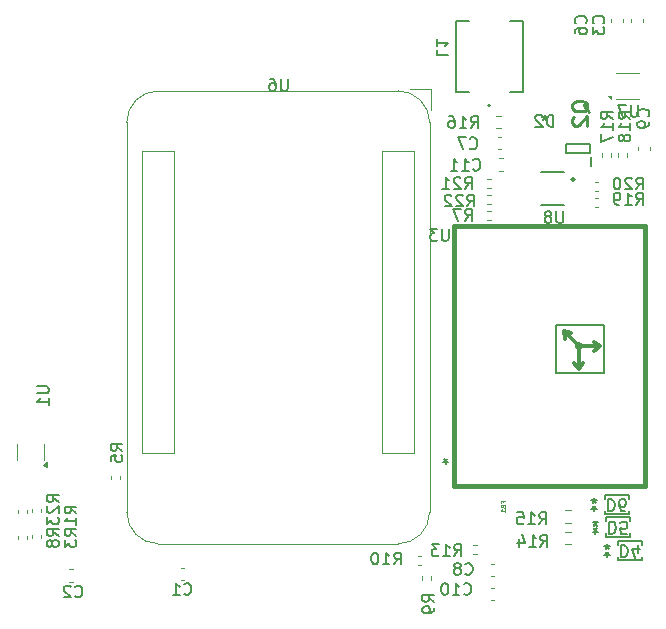
<source format=gbr>
%TF.GenerationSoftware,KiCad,Pcbnew,8.0.0*%
%TF.CreationDate,2025-02-07T12:17:38-03:30*%
%TF.ProjectId,Detection_Eval,44657465-6374-4696-9f6e-5f4576616c2e,rev?*%
%TF.SameCoordinates,Original*%
%TF.FileFunction,Legend,Bot*%
%TF.FilePolarity,Positive*%
%FSLAX46Y46*%
G04 Gerber Fmt 4.6, Leading zero omitted, Abs format (unit mm)*
G04 Created by KiCad (PCBNEW 8.0.0) date 2025-02-07 12:17:38*
%MOMM*%
%LPD*%
G01*
G04 APERTURE LIST*
%ADD10C,0.254000*%
%ADD11C,0.150000*%
%ADD12C,0.098425*%
%ADD13C,0.200000*%
%ADD14C,0.120000*%
%ADD15C,0.152400*%
%ADD16C,0.250000*%
%ADD17C,0.304800*%
%ADD18C,0.406400*%
%ADD19C,0.127000*%
G04 APERTURE END LIST*
D10*
X138645270Y-97651847D02*
X138584794Y-97530895D01*
X138584794Y-97530895D02*
X138463842Y-97409942D01*
X138463842Y-97409942D02*
X138282413Y-97228514D01*
X138282413Y-97228514D02*
X138221937Y-97107561D01*
X138221937Y-97107561D02*
X138221937Y-96986609D01*
X138524318Y-97047085D02*
X138463842Y-96926133D01*
X138463842Y-96926133D02*
X138342889Y-96805180D01*
X138342889Y-96805180D02*
X138100984Y-96744704D01*
X138100984Y-96744704D02*
X137677651Y-96744704D01*
X137677651Y-96744704D02*
X137435746Y-96805180D01*
X137435746Y-96805180D02*
X137314794Y-96926133D01*
X137314794Y-96926133D02*
X137254318Y-97047085D01*
X137254318Y-97047085D02*
X137254318Y-97288990D01*
X137254318Y-97288990D02*
X137314794Y-97409942D01*
X137314794Y-97409942D02*
X137435746Y-97530895D01*
X137435746Y-97530895D02*
X137677651Y-97591371D01*
X137677651Y-97591371D02*
X138100984Y-97591371D01*
X138100984Y-97591371D02*
X138342889Y-97530895D01*
X138342889Y-97530895D02*
X138463842Y-97409942D01*
X138463842Y-97409942D02*
X138524318Y-97288990D01*
X138524318Y-97288990D02*
X138524318Y-97047085D01*
X137375270Y-98075180D02*
X137314794Y-98135656D01*
X137314794Y-98135656D02*
X137254318Y-98256609D01*
X137254318Y-98256609D02*
X137254318Y-98558990D01*
X137254318Y-98558990D02*
X137314794Y-98679942D01*
X137314794Y-98679942D02*
X137375270Y-98740418D01*
X137375270Y-98740418D02*
X137496222Y-98800895D01*
X137496222Y-98800895D02*
X137617175Y-98800895D01*
X137617175Y-98800895D02*
X137798603Y-98740418D01*
X137798603Y-98740418D02*
X138524318Y-98014704D01*
X138524318Y-98014704D02*
X138524318Y-98800895D01*
D11*
X93754819Y-133533333D02*
X93278628Y-133200000D01*
X93754819Y-132961905D02*
X92754819Y-132961905D01*
X92754819Y-132961905D02*
X92754819Y-133342857D01*
X92754819Y-133342857D02*
X92802438Y-133438095D01*
X92802438Y-133438095D02*
X92850057Y-133485714D01*
X92850057Y-133485714D02*
X92945295Y-133533333D01*
X92945295Y-133533333D02*
X93088152Y-133533333D01*
X93088152Y-133533333D02*
X93183390Y-133485714D01*
X93183390Y-133485714D02*
X93231009Y-133438095D01*
X93231009Y-133438095D02*
X93278628Y-133342857D01*
X93278628Y-133342857D02*
X93278628Y-132961905D01*
X93183390Y-134104762D02*
X93135771Y-134009524D01*
X93135771Y-134009524D02*
X93088152Y-133961905D01*
X93088152Y-133961905D02*
X92992914Y-133914286D01*
X92992914Y-133914286D02*
X92945295Y-133914286D01*
X92945295Y-133914286D02*
X92850057Y-133961905D01*
X92850057Y-133961905D02*
X92802438Y-134009524D01*
X92802438Y-134009524D02*
X92754819Y-134104762D01*
X92754819Y-134104762D02*
X92754819Y-134295238D01*
X92754819Y-134295238D02*
X92802438Y-134390476D01*
X92802438Y-134390476D02*
X92850057Y-134438095D01*
X92850057Y-134438095D02*
X92945295Y-134485714D01*
X92945295Y-134485714D02*
X92992914Y-134485714D01*
X92992914Y-134485714D02*
X93088152Y-134438095D01*
X93088152Y-134438095D02*
X93135771Y-134390476D01*
X93135771Y-134390476D02*
X93183390Y-134295238D01*
X93183390Y-134295238D02*
X93183390Y-134104762D01*
X93183390Y-134104762D02*
X93231009Y-134009524D01*
X93231009Y-134009524D02*
X93278628Y-133961905D01*
X93278628Y-133961905D02*
X93373866Y-133914286D01*
X93373866Y-133914286D02*
X93564342Y-133914286D01*
X93564342Y-133914286D02*
X93659580Y-133961905D01*
X93659580Y-133961905D02*
X93707200Y-134009524D01*
X93707200Y-134009524D02*
X93754819Y-134104762D01*
X93754819Y-134104762D02*
X93754819Y-134295238D01*
X93754819Y-134295238D02*
X93707200Y-134390476D01*
X93707200Y-134390476D02*
X93659580Y-134438095D01*
X93659580Y-134438095D02*
X93564342Y-134485714D01*
X93564342Y-134485714D02*
X93373866Y-134485714D01*
X93373866Y-134485714D02*
X93278628Y-134438095D01*
X93278628Y-134438095D02*
X93231009Y-134390476D01*
X93231009Y-134390476D02*
X93183390Y-134295238D01*
X125745180Y-92366666D02*
X125745180Y-92842856D01*
X125745180Y-92842856D02*
X126745180Y-92842856D01*
X125745180Y-91509523D02*
X125745180Y-92080951D01*
X125745180Y-91795237D02*
X126745180Y-91795237D01*
X126745180Y-91795237D02*
X126602323Y-91890475D01*
X126602323Y-91890475D02*
X126507085Y-91985713D01*
X126507085Y-91985713D02*
X126459466Y-92080951D01*
X141361905Y-134345180D02*
X141361905Y-135345180D01*
X141361905Y-135345180D02*
X141600000Y-135345180D01*
X141600000Y-135345180D02*
X141742857Y-135297561D01*
X141742857Y-135297561D02*
X141838095Y-135202323D01*
X141838095Y-135202323D02*
X141885714Y-135107085D01*
X141885714Y-135107085D02*
X141933333Y-134916609D01*
X141933333Y-134916609D02*
X141933333Y-134773752D01*
X141933333Y-134773752D02*
X141885714Y-134583276D01*
X141885714Y-134583276D02*
X141838095Y-134488038D01*
X141838095Y-134488038D02*
X141742857Y-134392800D01*
X141742857Y-134392800D02*
X141600000Y-134345180D01*
X141600000Y-134345180D02*
X141361905Y-134345180D01*
X142790476Y-135011847D02*
X142790476Y-134345180D01*
X142552381Y-135392800D02*
X142314286Y-134678514D01*
X142314286Y-134678514D02*
X142933333Y-134678514D01*
X140194999Y-134254819D02*
X140194999Y-134492914D01*
X140433094Y-134397676D02*
X140194999Y-134492914D01*
X140194999Y-134492914D02*
X139956904Y-134397676D01*
X140337856Y-134683390D02*
X140194999Y-134492914D01*
X140194999Y-134492914D02*
X140052142Y-134683390D01*
X140195000Y-135345180D02*
X140195000Y-135107085D01*
X139956905Y-135202323D02*
X140195000Y-135107085D01*
X140195000Y-135107085D02*
X140433095Y-135202323D01*
X140052143Y-134916609D02*
X140195000Y-135107085D01*
X140195000Y-135107085D02*
X140337857Y-134916609D01*
X93754819Y-130657142D02*
X93278628Y-130323809D01*
X93754819Y-130085714D02*
X92754819Y-130085714D01*
X92754819Y-130085714D02*
X92754819Y-130466666D01*
X92754819Y-130466666D02*
X92802438Y-130561904D01*
X92802438Y-130561904D02*
X92850057Y-130609523D01*
X92850057Y-130609523D02*
X92945295Y-130657142D01*
X92945295Y-130657142D02*
X93088152Y-130657142D01*
X93088152Y-130657142D02*
X93183390Y-130609523D01*
X93183390Y-130609523D02*
X93231009Y-130561904D01*
X93231009Y-130561904D02*
X93278628Y-130466666D01*
X93278628Y-130466666D02*
X93278628Y-130085714D01*
X92850057Y-131038095D02*
X92802438Y-131085714D01*
X92802438Y-131085714D02*
X92754819Y-131180952D01*
X92754819Y-131180952D02*
X92754819Y-131419047D01*
X92754819Y-131419047D02*
X92802438Y-131514285D01*
X92802438Y-131514285D02*
X92850057Y-131561904D01*
X92850057Y-131561904D02*
X92945295Y-131609523D01*
X92945295Y-131609523D02*
X93040533Y-131609523D01*
X93040533Y-131609523D02*
X93183390Y-131561904D01*
X93183390Y-131561904D02*
X93754819Y-130990476D01*
X93754819Y-130990476D02*
X93754819Y-131609523D01*
X92754819Y-131942857D02*
X92754819Y-132561904D01*
X92754819Y-132561904D02*
X93135771Y-132228571D01*
X93135771Y-132228571D02*
X93135771Y-132371428D01*
X93135771Y-132371428D02*
X93183390Y-132466666D01*
X93183390Y-132466666D02*
X93231009Y-132514285D01*
X93231009Y-132514285D02*
X93326247Y-132561904D01*
X93326247Y-132561904D02*
X93564342Y-132561904D01*
X93564342Y-132561904D02*
X93659580Y-132514285D01*
X93659580Y-132514285D02*
X93707200Y-132466666D01*
X93707200Y-132466666D02*
X93754819Y-132371428D01*
X93754819Y-132371428D02*
X93754819Y-132085714D01*
X93754819Y-132085714D02*
X93707200Y-131990476D01*
X93707200Y-131990476D02*
X93659580Y-131942857D01*
X140654819Y-98229942D02*
X140178628Y-97896609D01*
X140654819Y-97658514D02*
X139654819Y-97658514D01*
X139654819Y-97658514D02*
X139654819Y-98039466D01*
X139654819Y-98039466D02*
X139702438Y-98134704D01*
X139702438Y-98134704D02*
X139750057Y-98182323D01*
X139750057Y-98182323D02*
X139845295Y-98229942D01*
X139845295Y-98229942D02*
X139988152Y-98229942D01*
X139988152Y-98229942D02*
X140083390Y-98182323D01*
X140083390Y-98182323D02*
X140131009Y-98134704D01*
X140131009Y-98134704D02*
X140178628Y-98039466D01*
X140178628Y-98039466D02*
X140178628Y-97658514D01*
X140654819Y-99182323D02*
X140654819Y-98610895D01*
X140654819Y-98896609D02*
X139654819Y-98896609D01*
X139654819Y-98896609D02*
X139797676Y-98801371D01*
X139797676Y-98801371D02*
X139892914Y-98706133D01*
X139892914Y-98706133D02*
X139940533Y-98610895D01*
X139654819Y-99515657D02*
X139654819Y-100182323D01*
X139654819Y-100182323D02*
X140654819Y-99753752D01*
X91904819Y-120888095D02*
X92714342Y-120888095D01*
X92714342Y-120888095D02*
X92809580Y-120935714D01*
X92809580Y-120935714D02*
X92857200Y-120983333D01*
X92857200Y-120983333D02*
X92904819Y-121078571D01*
X92904819Y-121078571D02*
X92904819Y-121269047D01*
X92904819Y-121269047D02*
X92857200Y-121364285D01*
X92857200Y-121364285D02*
X92809580Y-121411904D01*
X92809580Y-121411904D02*
X92714342Y-121459523D01*
X92714342Y-121459523D02*
X91904819Y-121459523D01*
X92904819Y-122459523D02*
X92904819Y-121888095D01*
X92904819Y-122173809D02*
X91904819Y-122173809D01*
X91904819Y-122173809D02*
X92047676Y-122078571D01*
X92047676Y-122078571D02*
X92142914Y-121983333D01*
X92142914Y-121983333D02*
X92190533Y-121888095D01*
X138359580Y-90133333D02*
X138407200Y-90085714D01*
X138407200Y-90085714D02*
X138454819Y-89942857D01*
X138454819Y-89942857D02*
X138454819Y-89847619D01*
X138454819Y-89847619D02*
X138407200Y-89704762D01*
X138407200Y-89704762D02*
X138311961Y-89609524D01*
X138311961Y-89609524D02*
X138216723Y-89561905D01*
X138216723Y-89561905D02*
X138026247Y-89514286D01*
X138026247Y-89514286D02*
X137883390Y-89514286D01*
X137883390Y-89514286D02*
X137692914Y-89561905D01*
X137692914Y-89561905D02*
X137597676Y-89609524D01*
X137597676Y-89609524D02*
X137502438Y-89704762D01*
X137502438Y-89704762D02*
X137454819Y-89847619D01*
X137454819Y-89847619D02*
X137454819Y-89942857D01*
X137454819Y-89942857D02*
X137502438Y-90085714D01*
X137502438Y-90085714D02*
X137550057Y-90133333D01*
X137454819Y-90990476D02*
X137454819Y-90800000D01*
X137454819Y-90800000D02*
X137502438Y-90704762D01*
X137502438Y-90704762D02*
X137550057Y-90657143D01*
X137550057Y-90657143D02*
X137692914Y-90561905D01*
X137692914Y-90561905D02*
X137883390Y-90514286D01*
X137883390Y-90514286D02*
X138264342Y-90514286D01*
X138264342Y-90514286D02*
X138359580Y-90561905D01*
X138359580Y-90561905D02*
X138407200Y-90609524D01*
X138407200Y-90609524D02*
X138454819Y-90704762D01*
X138454819Y-90704762D02*
X138454819Y-90895238D01*
X138454819Y-90895238D02*
X138407200Y-90990476D01*
X138407200Y-90990476D02*
X138359580Y-91038095D01*
X138359580Y-91038095D02*
X138264342Y-91085714D01*
X138264342Y-91085714D02*
X138026247Y-91085714D01*
X138026247Y-91085714D02*
X137931009Y-91038095D01*
X137931009Y-91038095D02*
X137883390Y-90990476D01*
X137883390Y-90990476D02*
X137835771Y-90895238D01*
X137835771Y-90895238D02*
X137835771Y-90704762D01*
X137835771Y-90704762D02*
X137883390Y-90609524D01*
X137883390Y-90609524D02*
X137931009Y-90561905D01*
X137931009Y-90561905D02*
X138026247Y-90514286D01*
X142761904Y-97054819D02*
X142761904Y-97864342D01*
X142761904Y-97864342D02*
X142714285Y-97959580D01*
X142714285Y-97959580D02*
X142666666Y-98007200D01*
X142666666Y-98007200D02*
X142571428Y-98054819D01*
X142571428Y-98054819D02*
X142380952Y-98054819D01*
X142380952Y-98054819D02*
X142285714Y-98007200D01*
X142285714Y-98007200D02*
X142238095Y-97959580D01*
X142238095Y-97959580D02*
X142190476Y-97864342D01*
X142190476Y-97864342D02*
X142190476Y-97054819D01*
X141809523Y-97054819D02*
X141142857Y-97054819D01*
X141142857Y-97054819D02*
X141571428Y-98054819D01*
X142652857Y-104204819D02*
X142986190Y-103728628D01*
X143224285Y-104204819D02*
X143224285Y-103204819D01*
X143224285Y-103204819D02*
X142843333Y-103204819D01*
X142843333Y-103204819D02*
X142748095Y-103252438D01*
X142748095Y-103252438D02*
X142700476Y-103300057D01*
X142700476Y-103300057D02*
X142652857Y-103395295D01*
X142652857Y-103395295D02*
X142652857Y-103538152D01*
X142652857Y-103538152D02*
X142700476Y-103633390D01*
X142700476Y-103633390D02*
X142748095Y-103681009D01*
X142748095Y-103681009D02*
X142843333Y-103728628D01*
X142843333Y-103728628D02*
X143224285Y-103728628D01*
X142271904Y-103300057D02*
X142224285Y-103252438D01*
X142224285Y-103252438D02*
X142129047Y-103204819D01*
X142129047Y-103204819D02*
X141890952Y-103204819D01*
X141890952Y-103204819D02*
X141795714Y-103252438D01*
X141795714Y-103252438D02*
X141748095Y-103300057D01*
X141748095Y-103300057D02*
X141700476Y-103395295D01*
X141700476Y-103395295D02*
X141700476Y-103490533D01*
X141700476Y-103490533D02*
X141748095Y-103633390D01*
X141748095Y-103633390D02*
X142319523Y-104204819D01*
X142319523Y-104204819D02*
X141700476Y-104204819D01*
X141081428Y-103204819D02*
X140986190Y-103204819D01*
X140986190Y-103204819D02*
X140890952Y-103252438D01*
X140890952Y-103252438D02*
X140843333Y-103300057D01*
X140843333Y-103300057D02*
X140795714Y-103395295D01*
X140795714Y-103395295D02*
X140748095Y-103585771D01*
X140748095Y-103585771D02*
X140748095Y-103823866D01*
X140748095Y-103823866D02*
X140795714Y-104014342D01*
X140795714Y-104014342D02*
X140843333Y-104109580D01*
X140843333Y-104109580D02*
X140890952Y-104157200D01*
X140890952Y-104157200D02*
X140986190Y-104204819D01*
X140986190Y-104204819D02*
X141081428Y-104204819D01*
X141081428Y-104204819D02*
X141176666Y-104157200D01*
X141176666Y-104157200D02*
X141224285Y-104109580D01*
X141224285Y-104109580D02*
X141271904Y-104014342D01*
X141271904Y-104014342D02*
X141319523Y-103823866D01*
X141319523Y-103823866D02*
X141319523Y-103585771D01*
X141319523Y-103585771D02*
X141271904Y-103395295D01*
X141271904Y-103395295D02*
X141224285Y-103300057D01*
X141224285Y-103300057D02*
X141176666Y-103252438D01*
X141176666Y-103252438D02*
X141081428Y-103204819D01*
X142642857Y-105504819D02*
X142976190Y-105028628D01*
X143214285Y-105504819D02*
X143214285Y-104504819D01*
X143214285Y-104504819D02*
X142833333Y-104504819D01*
X142833333Y-104504819D02*
X142738095Y-104552438D01*
X142738095Y-104552438D02*
X142690476Y-104600057D01*
X142690476Y-104600057D02*
X142642857Y-104695295D01*
X142642857Y-104695295D02*
X142642857Y-104838152D01*
X142642857Y-104838152D02*
X142690476Y-104933390D01*
X142690476Y-104933390D02*
X142738095Y-104981009D01*
X142738095Y-104981009D02*
X142833333Y-105028628D01*
X142833333Y-105028628D02*
X143214285Y-105028628D01*
X141690476Y-105504819D02*
X142261904Y-105504819D01*
X141976190Y-105504819D02*
X141976190Y-104504819D01*
X141976190Y-104504819D02*
X142071428Y-104647676D01*
X142071428Y-104647676D02*
X142166666Y-104742914D01*
X142166666Y-104742914D02*
X142261904Y-104790533D01*
X141214285Y-105504819D02*
X141023809Y-105504819D01*
X141023809Y-105504819D02*
X140928571Y-105457200D01*
X140928571Y-105457200D02*
X140880952Y-105409580D01*
X140880952Y-105409580D02*
X140785714Y-105266723D01*
X140785714Y-105266723D02*
X140738095Y-105076247D01*
X140738095Y-105076247D02*
X140738095Y-104695295D01*
X140738095Y-104695295D02*
X140785714Y-104600057D01*
X140785714Y-104600057D02*
X140833333Y-104552438D01*
X140833333Y-104552438D02*
X140928571Y-104504819D01*
X140928571Y-104504819D02*
X141119047Y-104504819D01*
X141119047Y-104504819D02*
X141214285Y-104552438D01*
X141214285Y-104552438D02*
X141261904Y-104600057D01*
X141261904Y-104600057D02*
X141309523Y-104695295D01*
X141309523Y-104695295D02*
X141309523Y-104933390D01*
X141309523Y-104933390D02*
X141261904Y-105028628D01*
X141261904Y-105028628D02*
X141214285Y-105076247D01*
X141214285Y-105076247D02*
X141119047Y-105123866D01*
X141119047Y-105123866D02*
X140928571Y-105123866D01*
X140928571Y-105123866D02*
X140833333Y-105076247D01*
X140833333Y-105076247D02*
X140785714Y-105028628D01*
X140785714Y-105028628D02*
X140738095Y-104933390D01*
D12*
X131370790Y-130711916D02*
X131370790Y-130580682D01*
X131577014Y-130580682D02*
X131183313Y-130580682D01*
X131183313Y-130580682D02*
X131183313Y-130768159D01*
X131370790Y-131049374D02*
X131389538Y-131105617D01*
X131389538Y-131105617D02*
X131408285Y-131124364D01*
X131408285Y-131124364D02*
X131445781Y-131143112D01*
X131445781Y-131143112D02*
X131502024Y-131143112D01*
X131502024Y-131143112D02*
X131539519Y-131124364D01*
X131539519Y-131124364D02*
X131558267Y-131105617D01*
X131558267Y-131105617D02*
X131577014Y-131068121D01*
X131577014Y-131068121D02*
X131577014Y-130918140D01*
X131577014Y-130918140D02*
X131183313Y-130918140D01*
X131183313Y-130918140D02*
X131183313Y-131049374D01*
X131183313Y-131049374D02*
X131202061Y-131086869D01*
X131202061Y-131086869D02*
X131220809Y-131105617D01*
X131220809Y-131105617D02*
X131258304Y-131124364D01*
X131258304Y-131124364D02*
X131295799Y-131124364D01*
X131295799Y-131124364D02*
X131333295Y-131105617D01*
X131333295Y-131105617D02*
X131352042Y-131086869D01*
X131352042Y-131086869D02*
X131370790Y-131049374D01*
X131370790Y-131049374D02*
X131370790Y-130918140D01*
X131577014Y-131518065D02*
X131577014Y-131293093D01*
X131577014Y-131405579D02*
X131183313Y-131405579D01*
X131183313Y-131405579D02*
X131239556Y-131368084D01*
X131239556Y-131368084D02*
X131277052Y-131330589D01*
X131277052Y-131330589D02*
X131295799Y-131293093D01*
D11*
X104376666Y-138459580D02*
X104424285Y-138507200D01*
X104424285Y-138507200D02*
X104567142Y-138554819D01*
X104567142Y-138554819D02*
X104662380Y-138554819D01*
X104662380Y-138554819D02*
X104805237Y-138507200D01*
X104805237Y-138507200D02*
X104900475Y-138411961D01*
X104900475Y-138411961D02*
X104948094Y-138316723D01*
X104948094Y-138316723D02*
X104995713Y-138126247D01*
X104995713Y-138126247D02*
X104995713Y-137983390D01*
X104995713Y-137983390D02*
X104948094Y-137792914D01*
X104948094Y-137792914D02*
X104900475Y-137697676D01*
X104900475Y-137697676D02*
X104805237Y-137602438D01*
X104805237Y-137602438D02*
X104662380Y-137554819D01*
X104662380Y-137554819D02*
X104567142Y-137554819D01*
X104567142Y-137554819D02*
X104424285Y-137602438D01*
X104424285Y-137602438D02*
X104376666Y-137650057D01*
X103424285Y-138554819D02*
X103995713Y-138554819D01*
X103709999Y-138554819D02*
X103709999Y-137554819D01*
X103709999Y-137554819D02*
X103805237Y-137697676D01*
X103805237Y-137697676D02*
X103900475Y-137792914D01*
X103900475Y-137792914D02*
X103995713Y-137840533D01*
X128166666Y-106854819D02*
X128499999Y-106378628D01*
X128738094Y-106854819D02*
X128738094Y-105854819D01*
X128738094Y-105854819D02*
X128357142Y-105854819D01*
X128357142Y-105854819D02*
X128261904Y-105902438D01*
X128261904Y-105902438D02*
X128214285Y-105950057D01*
X128214285Y-105950057D02*
X128166666Y-106045295D01*
X128166666Y-106045295D02*
X128166666Y-106188152D01*
X128166666Y-106188152D02*
X128214285Y-106283390D01*
X128214285Y-106283390D02*
X128261904Y-106331009D01*
X128261904Y-106331009D02*
X128357142Y-106378628D01*
X128357142Y-106378628D02*
X128738094Y-106378628D01*
X127833332Y-105854819D02*
X127166666Y-105854819D01*
X127166666Y-105854819D02*
X127595237Y-106854819D01*
X140261905Y-130445180D02*
X140261905Y-131445180D01*
X140261905Y-131445180D02*
X140500000Y-131445180D01*
X140500000Y-131445180D02*
X140642857Y-131397561D01*
X140642857Y-131397561D02*
X140738095Y-131302323D01*
X140738095Y-131302323D02*
X140785714Y-131207085D01*
X140785714Y-131207085D02*
X140833333Y-131016609D01*
X140833333Y-131016609D02*
X140833333Y-130873752D01*
X140833333Y-130873752D02*
X140785714Y-130683276D01*
X140785714Y-130683276D02*
X140738095Y-130588038D01*
X140738095Y-130588038D02*
X140642857Y-130492800D01*
X140642857Y-130492800D02*
X140500000Y-130445180D01*
X140500000Y-130445180D02*
X140261905Y-130445180D01*
X141690476Y-131445180D02*
X141500000Y-131445180D01*
X141500000Y-131445180D02*
X141404762Y-131397561D01*
X141404762Y-131397561D02*
X141357143Y-131349942D01*
X141357143Y-131349942D02*
X141261905Y-131207085D01*
X141261905Y-131207085D02*
X141214286Y-131016609D01*
X141214286Y-131016609D02*
X141214286Y-130635657D01*
X141214286Y-130635657D02*
X141261905Y-130540419D01*
X141261905Y-130540419D02*
X141309524Y-130492800D01*
X141309524Y-130492800D02*
X141404762Y-130445180D01*
X141404762Y-130445180D02*
X141595238Y-130445180D01*
X141595238Y-130445180D02*
X141690476Y-130492800D01*
X141690476Y-130492800D02*
X141738095Y-130540419D01*
X141738095Y-130540419D02*
X141785714Y-130635657D01*
X141785714Y-130635657D02*
X141785714Y-130873752D01*
X141785714Y-130873752D02*
X141738095Y-130968990D01*
X141738095Y-130968990D02*
X141690476Y-131016609D01*
X141690476Y-131016609D02*
X141595238Y-131064228D01*
X141595238Y-131064228D02*
X141404762Y-131064228D01*
X141404762Y-131064228D02*
X141309524Y-131016609D01*
X141309524Y-131016609D02*
X141261905Y-130968990D01*
X141261905Y-130968990D02*
X141214286Y-130873752D01*
X139094999Y-130354819D02*
X139094999Y-130592914D01*
X139333094Y-130497676D02*
X139094999Y-130592914D01*
X139094999Y-130592914D02*
X138856904Y-130497676D01*
X139237856Y-130783390D02*
X139094999Y-130592914D01*
X139094999Y-130592914D02*
X138952142Y-130783390D01*
X139095000Y-131445180D02*
X139095000Y-131207085D01*
X138856905Y-131302323D02*
X139095000Y-131207085D01*
X139095000Y-131207085D02*
X139333095Y-131302323D01*
X138952143Y-131016609D02*
X139095000Y-131207085D01*
X139095000Y-131207085D02*
X139237857Y-131016609D01*
X95254819Y-131633333D02*
X94778628Y-131300000D01*
X95254819Y-131061905D02*
X94254819Y-131061905D01*
X94254819Y-131061905D02*
X94254819Y-131442857D01*
X94254819Y-131442857D02*
X94302438Y-131538095D01*
X94302438Y-131538095D02*
X94350057Y-131585714D01*
X94350057Y-131585714D02*
X94445295Y-131633333D01*
X94445295Y-131633333D02*
X94588152Y-131633333D01*
X94588152Y-131633333D02*
X94683390Y-131585714D01*
X94683390Y-131585714D02*
X94731009Y-131538095D01*
X94731009Y-131538095D02*
X94778628Y-131442857D01*
X94778628Y-131442857D02*
X94778628Y-131061905D01*
X95254819Y-132585714D02*
X95254819Y-132014286D01*
X95254819Y-132300000D02*
X94254819Y-132300000D01*
X94254819Y-132300000D02*
X94397676Y-132204762D01*
X94397676Y-132204762D02*
X94492914Y-132109524D01*
X94492914Y-132109524D02*
X94540533Y-132014286D01*
X128142857Y-104154819D02*
X128476190Y-103678628D01*
X128714285Y-104154819D02*
X128714285Y-103154819D01*
X128714285Y-103154819D02*
X128333333Y-103154819D01*
X128333333Y-103154819D02*
X128238095Y-103202438D01*
X128238095Y-103202438D02*
X128190476Y-103250057D01*
X128190476Y-103250057D02*
X128142857Y-103345295D01*
X128142857Y-103345295D02*
X128142857Y-103488152D01*
X128142857Y-103488152D02*
X128190476Y-103583390D01*
X128190476Y-103583390D02*
X128238095Y-103631009D01*
X128238095Y-103631009D02*
X128333333Y-103678628D01*
X128333333Y-103678628D02*
X128714285Y-103678628D01*
X127761904Y-103250057D02*
X127714285Y-103202438D01*
X127714285Y-103202438D02*
X127619047Y-103154819D01*
X127619047Y-103154819D02*
X127380952Y-103154819D01*
X127380952Y-103154819D02*
X127285714Y-103202438D01*
X127285714Y-103202438D02*
X127238095Y-103250057D01*
X127238095Y-103250057D02*
X127190476Y-103345295D01*
X127190476Y-103345295D02*
X127190476Y-103440533D01*
X127190476Y-103440533D02*
X127238095Y-103583390D01*
X127238095Y-103583390D02*
X127809523Y-104154819D01*
X127809523Y-104154819D02*
X127190476Y-104154819D01*
X126238095Y-104154819D02*
X126809523Y-104154819D01*
X126523809Y-104154819D02*
X126523809Y-103154819D01*
X126523809Y-103154819D02*
X126619047Y-103297676D01*
X126619047Y-103297676D02*
X126714285Y-103392914D01*
X126714285Y-103392914D02*
X126809523Y-103440533D01*
X95254819Y-133533333D02*
X94778628Y-133200000D01*
X95254819Y-132961905D02*
X94254819Y-132961905D01*
X94254819Y-132961905D02*
X94254819Y-133342857D01*
X94254819Y-133342857D02*
X94302438Y-133438095D01*
X94302438Y-133438095D02*
X94350057Y-133485714D01*
X94350057Y-133485714D02*
X94445295Y-133533333D01*
X94445295Y-133533333D02*
X94588152Y-133533333D01*
X94588152Y-133533333D02*
X94683390Y-133485714D01*
X94683390Y-133485714D02*
X94731009Y-133438095D01*
X94731009Y-133438095D02*
X94778628Y-133342857D01*
X94778628Y-133342857D02*
X94778628Y-132961905D01*
X94254819Y-133866667D02*
X94254819Y-134485714D01*
X94254819Y-134485714D02*
X94635771Y-134152381D01*
X94635771Y-134152381D02*
X94635771Y-134295238D01*
X94635771Y-134295238D02*
X94683390Y-134390476D01*
X94683390Y-134390476D02*
X94731009Y-134438095D01*
X94731009Y-134438095D02*
X94826247Y-134485714D01*
X94826247Y-134485714D02*
X95064342Y-134485714D01*
X95064342Y-134485714D02*
X95159580Y-134438095D01*
X95159580Y-134438095D02*
X95207200Y-134390476D01*
X95207200Y-134390476D02*
X95254819Y-134295238D01*
X95254819Y-134295238D02*
X95254819Y-134009524D01*
X95254819Y-134009524D02*
X95207200Y-133914286D01*
X95207200Y-133914286D02*
X95159580Y-133866667D01*
X95141666Y-138659580D02*
X95189285Y-138707200D01*
X95189285Y-138707200D02*
X95332142Y-138754819D01*
X95332142Y-138754819D02*
X95427380Y-138754819D01*
X95427380Y-138754819D02*
X95570237Y-138707200D01*
X95570237Y-138707200D02*
X95665475Y-138611961D01*
X95665475Y-138611961D02*
X95713094Y-138516723D01*
X95713094Y-138516723D02*
X95760713Y-138326247D01*
X95760713Y-138326247D02*
X95760713Y-138183390D01*
X95760713Y-138183390D02*
X95713094Y-137992914D01*
X95713094Y-137992914D02*
X95665475Y-137897676D01*
X95665475Y-137897676D02*
X95570237Y-137802438D01*
X95570237Y-137802438D02*
X95427380Y-137754819D01*
X95427380Y-137754819D02*
X95332142Y-137754819D01*
X95332142Y-137754819D02*
X95189285Y-137802438D01*
X95189285Y-137802438D02*
X95141666Y-137850057D01*
X94760713Y-137850057D02*
X94713094Y-137802438D01*
X94713094Y-137802438D02*
X94617856Y-137754819D01*
X94617856Y-137754819D02*
X94379761Y-137754819D01*
X94379761Y-137754819D02*
X94284523Y-137802438D01*
X94284523Y-137802438D02*
X94236904Y-137850057D01*
X94236904Y-137850057D02*
X94189285Y-137945295D01*
X94189285Y-137945295D02*
X94189285Y-138040533D01*
X94189285Y-138040533D02*
X94236904Y-138183390D01*
X94236904Y-138183390D02*
X94808332Y-138754819D01*
X94808332Y-138754819D02*
X94189285Y-138754819D01*
X128342857Y-105654819D02*
X128676190Y-105178628D01*
X128914285Y-105654819D02*
X128914285Y-104654819D01*
X128914285Y-104654819D02*
X128533333Y-104654819D01*
X128533333Y-104654819D02*
X128438095Y-104702438D01*
X128438095Y-104702438D02*
X128390476Y-104750057D01*
X128390476Y-104750057D02*
X128342857Y-104845295D01*
X128342857Y-104845295D02*
X128342857Y-104988152D01*
X128342857Y-104988152D02*
X128390476Y-105083390D01*
X128390476Y-105083390D02*
X128438095Y-105131009D01*
X128438095Y-105131009D02*
X128533333Y-105178628D01*
X128533333Y-105178628D02*
X128914285Y-105178628D01*
X127961904Y-104750057D02*
X127914285Y-104702438D01*
X127914285Y-104702438D02*
X127819047Y-104654819D01*
X127819047Y-104654819D02*
X127580952Y-104654819D01*
X127580952Y-104654819D02*
X127485714Y-104702438D01*
X127485714Y-104702438D02*
X127438095Y-104750057D01*
X127438095Y-104750057D02*
X127390476Y-104845295D01*
X127390476Y-104845295D02*
X127390476Y-104940533D01*
X127390476Y-104940533D02*
X127438095Y-105083390D01*
X127438095Y-105083390D02*
X128009523Y-105654819D01*
X128009523Y-105654819D02*
X127390476Y-105654819D01*
X127009523Y-104750057D02*
X126961904Y-104702438D01*
X126961904Y-104702438D02*
X126866666Y-104654819D01*
X126866666Y-104654819D02*
X126628571Y-104654819D01*
X126628571Y-104654819D02*
X126533333Y-104702438D01*
X126533333Y-104702438D02*
X126485714Y-104750057D01*
X126485714Y-104750057D02*
X126438095Y-104845295D01*
X126438095Y-104845295D02*
X126438095Y-104940533D01*
X126438095Y-104940533D02*
X126485714Y-105083390D01*
X126485714Y-105083390D02*
X127057142Y-105654819D01*
X127057142Y-105654819D02*
X126438095Y-105654819D01*
X136461904Y-106054819D02*
X136461904Y-106864342D01*
X136461904Y-106864342D02*
X136414285Y-106959580D01*
X136414285Y-106959580D02*
X136366666Y-107007200D01*
X136366666Y-107007200D02*
X136271428Y-107054819D01*
X136271428Y-107054819D02*
X136080952Y-107054819D01*
X136080952Y-107054819D02*
X135985714Y-107007200D01*
X135985714Y-107007200D02*
X135938095Y-106959580D01*
X135938095Y-106959580D02*
X135890476Y-106864342D01*
X135890476Y-106864342D02*
X135890476Y-106054819D01*
X135271428Y-106483390D02*
X135366666Y-106435771D01*
X135366666Y-106435771D02*
X135414285Y-106388152D01*
X135414285Y-106388152D02*
X135461904Y-106292914D01*
X135461904Y-106292914D02*
X135461904Y-106245295D01*
X135461904Y-106245295D02*
X135414285Y-106150057D01*
X135414285Y-106150057D02*
X135366666Y-106102438D01*
X135366666Y-106102438D02*
X135271428Y-106054819D01*
X135271428Y-106054819D02*
X135080952Y-106054819D01*
X135080952Y-106054819D02*
X134985714Y-106102438D01*
X134985714Y-106102438D02*
X134938095Y-106150057D01*
X134938095Y-106150057D02*
X134890476Y-106245295D01*
X134890476Y-106245295D02*
X134890476Y-106292914D01*
X134890476Y-106292914D02*
X134938095Y-106388152D01*
X134938095Y-106388152D02*
X134985714Y-106435771D01*
X134985714Y-106435771D02*
X135080952Y-106483390D01*
X135080952Y-106483390D02*
X135271428Y-106483390D01*
X135271428Y-106483390D02*
X135366666Y-106531009D01*
X135366666Y-106531009D02*
X135414285Y-106578628D01*
X135414285Y-106578628D02*
X135461904Y-106673866D01*
X135461904Y-106673866D02*
X135461904Y-106864342D01*
X135461904Y-106864342D02*
X135414285Y-106959580D01*
X135414285Y-106959580D02*
X135366666Y-107007200D01*
X135366666Y-107007200D02*
X135271428Y-107054819D01*
X135271428Y-107054819D02*
X135080952Y-107054819D01*
X135080952Y-107054819D02*
X134985714Y-107007200D01*
X134985714Y-107007200D02*
X134938095Y-106959580D01*
X134938095Y-106959580D02*
X134890476Y-106864342D01*
X134890476Y-106864342D02*
X134890476Y-106673866D01*
X134890476Y-106673866D02*
X134938095Y-106578628D01*
X134938095Y-106578628D02*
X134985714Y-106531009D01*
X134985714Y-106531009D02*
X135080952Y-106483390D01*
X135638094Y-98895819D02*
X135638094Y-97895819D01*
X135638094Y-97895819D02*
X135399999Y-97895819D01*
X135399999Y-97895819D02*
X135257142Y-97943438D01*
X135257142Y-97943438D02*
X135161904Y-98038676D01*
X135161904Y-98038676D02*
X135114285Y-98133914D01*
X135114285Y-98133914D02*
X135066666Y-98324390D01*
X135066666Y-98324390D02*
X135066666Y-98467247D01*
X135066666Y-98467247D02*
X135114285Y-98657723D01*
X135114285Y-98657723D02*
X135161904Y-98752961D01*
X135161904Y-98752961D02*
X135257142Y-98848200D01*
X135257142Y-98848200D02*
X135399999Y-98895819D01*
X135399999Y-98895819D02*
X135638094Y-98895819D01*
X134685713Y-97991057D02*
X134638094Y-97943438D01*
X134638094Y-97943438D02*
X134542856Y-97895819D01*
X134542856Y-97895819D02*
X134304761Y-97895819D01*
X134304761Y-97895819D02*
X134209523Y-97943438D01*
X134209523Y-97943438D02*
X134161904Y-97991057D01*
X134161904Y-97991057D02*
X134114285Y-98086295D01*
X134114285Y-98086295D02*
X134114285Y-98181533D01*
X134114285Y-98181533D02*
X134161904Y-98324390D01*
X134161904Y-98324390D02*
X134733332Y-98895819D01*
X134733332Y-98895819D02*
X134114285Y-98895819D01*
X134899999Y-97895819D02*
X134899999Y-98133914D01*
X135138094Y-98038676D02*
X134899999Y-98133914D01*
X134899999Y-98133914D02*
X134661904Y-98038676D01*
X135042856Y-98324390D02*
X134899999Y-98133914D01*
X134899999Y-98133914D02*
X134757142Y-98324390D01*
X134899999Y-97895819D02*
X134899999Y-98133914D01*
X135138094Y-98038676D02*
X134899999Y-98133914D01*
X134899999Y-98133914D02*
X134661904Y-98038676D01*
X135042856Y-98324390D02*
X134899999Y-98133914D01*
X134899999Y-98133914D02*
X134757142Y-98324390D01*
X122142857Y-135954819D02*
X122476190Y-135478628D01*
X122714285Y-135954819D02*
X122714285Y-134954819D01*
X122714285Y-134954819D02*
X122333333Y-134954819D01*
X122333333Y-134954819D02*
X122238095Y-135002438D01*
X122238095Y-135002438D02*
X122190476Y-135050057D01*
X122190476Y-135050057D02*
X122142857Y-135145295D01*
X122142857Y-135145295D02*
X122142857Y-135288152D01*
X122142857Y-135288152D02*
X122190476Y-135383390D01*
X122190476Y-135383390D02*
X122238095Y-135431009D01*
X122238095Y-135431009D02*
X122333333Y-135478628D01*
X122333333Y-135478628D02*
X122714285Y-135478628D01*
X121190476Y-135954819D02*
X121761904Y-135954819D01*
X121476190Y-135954819D02*
X121476190Y-134954819D01*
X121476190Y-134954819D02*
X121571428Y-135097676D01*
X121571428Y-135097676D02*
X121666666Y-135192914D01*
X121666666Y-135192914D02*
X121761904Y-135240533D01*
X120571428Y-134954819D02*
X120476190Y-134954819D01*
X120476190Y-134954819D02*
X120380952Y-135002438D01*
X120380952Y-135002438D02*
X120333333Y-135050057D01*
X120333333Y-135050057D02*
X120285714Y-135145295D01*
X120285714Y-135145295D02*
X120238095Y-135335771D01*
X120238095Y-135335771D02*
X120238095Y-135573866D01*
X120238095Y-135573866D02*
X120285714Y-135764342D01*
X120285714Y-135764342D02*
X120333333Y-135859580D01*
X120333333Y-135859580D02*
X120380952Y-135907200D01*
X120380952Y-135907200D02*
X120476190Y-135954819D01*
X120476190Y-135954819D02*
X120571428Y-135954819D01*
X120571428Y-135954819D02*
X120666666Y-135907200D01*
X120666666Y-135907200D02*
X120714285Y-135859580D01*
X120714285Y-135859580D02*
X120761904Y-135764342D01*
X120761904Y-135764342D02*
X120809523Y-135573866D01*
X120809523Y-135573866D02*
X120809523Y-135335771D01*
X120809523Y-135335771D02*
X120761904Y-135145295D01*
X120761904Y-135145295D02*
X120714285Y-135050057D01*
X120714285Y-135050057D02*
X120666666Y-135002438D01*
X120666666Y-135002438D02*
X120571428Y-134954819D01*
X128842857Y-102519580D02*
X128890476Y-102567200D01*
X128890476Y-102567200D02*
X129033333Y-102614819D01*
X129033333Y-102614819D02*
X129128571Y-102614819D01*
X129128571Y-102614819D02*
X129271428Y-102567200D01*
X129271428Y-102567200D02*
X129366666Y-102471961D01*
X129366666Y-102471961D02*
X129414285Y-102376723D01*
X129414285Y-102376723D02*
X129461904Y-102186247D01*
X129461904Y-102186247D02*
X129461904Y-102043390D01*
X129461904Y-102043390D02*
X129414285Y-101852914D01*
X129414285Y-101852914D02*
X129366666Y-101757676D01*
X129366666Y-101757676D02*
X129271428Y-101662438D01*
X129271428Y-101662438D02*
X129128571Y-101614819D01*
X129128571Y-101614819D02*
X129033333Y-101614819D01*
X129033333Y-101614819D02*
X128890476Y-101662438D01*
X128890476Y-101662438D02*
X128842857Y-101710057D01*
X127890476Y-102614819D02*
X128461904Y-102614819D01*
X128176190Y-102614819D02*
X128176190Y-101614819D01*
X128176190Y-101614819D02*
X128271428Y-101757676D01*
X128271428Y-101757676D02*
X128366666Y-101852914D01*
X128366666Y-101852914D02*
X128461904Y-101900533D01*
X126938095Y-102614819D02*
X127509523Y-102614819D01*
X127223809Y-102614819D02*
X127223809Y-101614819D01*
X127223809Y-101614819D02*
X127319047Y-101757676D01*
X127319047Y-101757676D02*
X127414285Y-101852914D01*
X127414285Y-101852914D02*
X127509523Y-101900533D01*
X113131904Y-94854819D02*
X113131904Y-95664342D01*
X113131904Y-95664342D02*
X113084285Y-95759580D01*
X113084285Y-95759580D02*
X113036666Y-95807200D01*
X113036666Y-95807200D02*
X112941428Y-95854819D01*
X112941428Y-95854819D02*
X112750952Y-95854819D01*
X112750952Y-95854819D02*
X112655714Y-95807200D01*
X112655714Y-95807200D02*
X112608095Y-95759580D01*
X112608095Y-95759580D02*
X112560476Y-95664342D01*
X112560476Y-95664342D02*
X112560476Y-94854819D01*
X111655714Y-94854819D02*
X111846190Y-94854819D01*
X111846190Y-94854819D02*
X111941428Y-94902438D01*
X111941428Y-94902438D02*
X111989047Y-94950057D01*
X111989047Y-94950057D02*
X112084285Y-95092914D01*
X112084285Y-95092914D02*
X112131904Y-95283390D01*
X112131904Y-95283390D02*
X112131904Y-95664342D01*
X112131904Y-95664342D02*
X112084285Y-95759580D01*
X112084285Y-95759580D02*
X112036666Y-95807200D01*
X112036666Y-95807200D02*
X111941428Y-95854819D01*
X111941428Y-95854819D02*
X111750952Y-95854819D01*
X111750952Y-95854819D02*
X111655714Y-95807200D01*
X111655714Y-95807200D02*
X111608095Y-95759580D01*
X111608095Y-95759580D02*
X111560476Y-95664342D01*
X111560476Y-95664342D02*
X111560476Y-95426247D01*
X111560476Y-95426247D02*
X111608095Y-95331009D01*
X111608095Y-95331009D02*
X111655714Y-95283390D01*
X111655714Y-95283390D02*
X111750952Y-95235771D01*
X111750952Y-95235771D02*
X111941428Y-95235771D01*
X111941428Y-95235771D02*
X112036666Y-95283390D01*
X112036666Y-95283390D02*
X112084285Y-95331009D01*
X112084285Y-95331009D02*
X112131904Y-95426247D01*
X134442857Y-132554819D02*
X134776190Y-132078628D01*
X135014285Y-132554819D02*
X135014285Y-131554819D01*
X135014285Y-131554819D02*
X134633333Y-131554819D01*
X134633333Y-131554819D02*
X134538095Y-131602438D01*
X134538095Y-131602438D02*
X134490476Y-131650057D01*
X134490476Y-131650057D02*
X134442857Y-131745295D01*
X134442857Y-131745295D02*
X134442857Y-131888152D01*
X134442857Y-131888152D02*
X134490476Y-131983390D01*
X134490476Y-131983390D02*
X134538095Y-132031009D01*
X134538095Y-132031009D02*
X134633333Y-132078628D01*
X134633333Y-132078628D02*
X135014285Y-132078628D01*
X133490476Y-132554819D02*
X134061904Y-132554819D01*
X133776190Y-132554819D02*
X133776190Y-131554819D01*
X133776190Y-131554819D02*
X133871428Y-131697676D01*
X133871428Y-131697676D02*
X133966666Y-131792914D01*
X133966666Y-131792914D02*
X134061904Y-131840533D01*
X132585714Y-131554819D02*
X133061904Y-131554819D01*
X133061904Y-131554819D02*
X133109523Y-132031009D01*
X133109523Y-132031009D02*
X133061904Y-131983390D01*
X133061904Y-131983390D02*
X132966666Y-131935771D01*
X132966666Y-131935771D02*
X132728571Y-131935771D01*
X132728571Y-131935771D02*
X132633333Y-131983390D01*
X132633333Y-131983390D02*
X132585714Y-132031009D01*
X132585714Y-132031009D02*
X132538095Y-132126247D01*
X132538095Y-132126247D02*
X132538095Y-132364342D01*
X132538095Y-132364342D02*
X132585714Y-132459580D01*
X132585714Y-132459580D02*
X132633333Y-132507200D01*
X132633333Y-132507200D02*
X132728571Y-132554819D01*
X132728571Y-132554819D02*
X132966666Y-132554819D01*
X132966666Y-132554819D02*
X133061904Y-132507200D01*
X133061904Y-132507200D02*
X133109523Y-132459580D01*
X99154819Y-126333333D02*
X98678628Y-126000000D01*
X99154819Y-125761905D02*
X98154819Y-125761905D01*
X98154819Y-125761905D02*
X98154819Y-126142857D01*
X98154819Y-126142857D02*
X98202438Y-126238095D01*
X98202438Y-126238095D02*
X98250057Y-126285714D01*
X98250057Y-126285714D02*
X98345295Y-126333333D01*
X98345295Y-126333333D02*
X98488152Y-126333333D01*
X98488152Y-126333333D02*
X98583390Y-126285714D01*
X98583390Y-126285714D02*
X98631009Y-126238095D01*
X98631009Y-126238095D02*
X98678628Y-126142857D01*
X98678628Y-126142857D02*
X98678628Y-125761905D01*
X98154819Y-127238095D02*
X98154819Y-126761905D01*
X98154819Y-126761905D02*
X98631009Y-126714286D01*
X98631009Y-126714286D02*
X98583390Y-126761905D01*
X98583390Y-126761905D02*
X98535771Y-126857143D01*
X98535771Y-126857143D02*
X98535771Y-127095238D01*
X98535771Y-127095238D02*
X98583390Y-127190476D01*
X98583390Y-127190476D02*
X98631009Y-127238095D01*
X98631009Y-127238095D02*
X98726247Y-127285714D01*
X98726247Y-127285714D02*
X98964342Y-127285714D01*
X98964342Y-127285714D02*
X99059580Y-127238095D01*
X99059580Y-127238095D02*
X99107200Y-127190476D01*
X99107200Y-127190476D02*
X99154819Y-127095238D01*
X99154819Y-127095238D02*
X99154819Y-126857143D01*
X99154819Y-126857143D02*
X99107200Y-126761905D01*
X99107200Y-126761905D02*
X99059580Y-126714286D01*
X142154819Y-98229942D02*
X141678628Y-97896609D01*
X142154819Y-97658514D02*
X141154819Y-97658514D01*
X141154819Y-97658514D02*
X141154819Y-98039466D01*
X141154819Y-98039466D02*
X141202438Y-98134704D01*
X141202438Y-98134704D02*
X141250057Y-98182323D01*
X141250057Y-98182323D02*
X141345295Y-98229942D01*
X141345295Y-98229942D02*
X141488152Y-98229942D01*
X141488152Y-98229942D02*
X141583390Y-98182323D01*
X141583390Y-98182323D02*
X141631009Y-98134704D01*
X141631009Y-98134704D02*
X141678628Y-98039466D01*
X141678628Y-98039466D02*
X141678628Y-97658514D01*
X142154819Y-99182323D02*
X142154819Y-98610895D01*
X142154819Y-98896609D02*
X141154819Y-98896609D01*
X141154819Y-98896609D02*
X141297676Y-98801371D01*
X141297676Y-98801371D02*
X141392914Y-98706133D01*
X141392914Y-98706133D02*
X141440533Y-98610895D01*
X141583390Y-99753752D02*
X141535771Y-99658514D01*
X141535771Y-99658514D02*
X141488152Y-99610895D01*
X141488152Y-99610895D02*
X141392914Y-99563276D01*
X141392914Y-99563276D02*
X141345295Y-99563276D01*
X141345295Y-99563276D02*
X141250057Y-99610895D01*
X141250057Y-99610895D02*
X141202438Y-99658514D01*
X141202438Y-99658514D02*
X141154819Y-99753752D01*
X141154819Y-99753752D02*
X141154819Y-99944228D01*
X141154819Y-99944228D02*
X141202438Y-100039466D01*
X141202438Y-100039466D02*
X141250057Y-100087085D01*
X141250057Y-100087085D02*
X141345295Y-100134704D01*
X141345295Y-100134704D02*
X141392914Y-100134704D01*
X141392914Y-100134704D02*
X141488152Y-100087085D01*
X141488152Y-100087085D02*
X141535771Y-100039466D01*
X141535771Y-100039466D02*
X141583390Y-99944228D01*
X141583390Y-99944228D02*
X141583390Y-99753752D01*
X141583390Y-99753752D02*
X141631009Y-99658514D01*
X141631009Y-99658514D02*
X141678628Y-99610895D01*
X141678628Y-99610895D02*
X141773866Y-99563276D01*
X141773866Y-99563276D02*
X141964342Y-99563276D01*
X141964342Y-99563276D02*
X142059580Y-99610895D01*
X142059580Y-99610895D02*
X142107200Y-99658514D01*
X142107200Y-99658514D02*
X142154819Y-99753752D01*
X142154819Y-99753752D02*
X142154819Y-99944228D01*
X142154819Y-99944228D02*
X142107200Y-100039466D01*
X142107200Y-100039466D02*
X142059580Y-100087085D01*
X142059580Y-100087085D02*
X141964342Y-100134704D01*
X141964342Y-100134704D02*
X141773866Y-100134704D01*
X141773866Y-100134704D02*
X141678628Y-100087085D01*
X141678628Y-100087085D02*
X141631009Y-100039466D01*
X141631009Y-100039466D02*
X141583390Y-99944228D01*
X139859580Y-90133333D02*
X139907200Y-90085714D01*
X139907200Y-90085714D02*
X139954819Y-89942857D01*
X139954819Y-89942857D02*
X139954819Y-89847619D01*
X139954819Y-89847619D02*
X139907200Y-89704762D01*
X139907200Y-89704762D02*
X139811961Y-89609524D01*
X139811961Y-89609524D02*
X139716723Y-89561905D01*
X139716723Y-89561905D02*
X139526247Y-89514286D01*
X139526247Y-89514286D02*
X139383390Y-89514286D01*
X139383390Y-89514286D02*
X139192914Y-89561905D01*
X139192914Y-89561905D02*
X139097676Y-89609524D01*
X139097676Y-89609524D02*
X139002438Y-89704762D01*
X139002438Y-89704762D02*
X138954819Y-89847619D01*
X138954819Y-89847619D02*
X138954819Y-89942857D01*
X138954819Y-89942857D02*
X139002438Y-90085714D01*
X139002438Y-90085714D02*
X139050057Y-90133333D01*
X138954819Y-90466667D02*
X138954819Y-91085714D01*
X138954819Y-91085714D02*
X139335771Y-90752381D01*
X139335771Y-90752381D02*
X139335771Y-90895238D01*
X139335771Y-90895238D02*
X139383390Y-90990476D01*
X139383390Y-90990476D02*
X139431009Y-91038095D01*
X139431009Y-91038095D02*
X139526247Y-91085714D01*
X139526247Y-91085714D02*
X139764342Y-91085714D01*
X139764342Y-91085714D02*
X139859580Y-91038095D01*
X139859580Y-91038095D02*
X139907200Y-90990476D01*
X139907200Y-90990476D02*
X139954819Y-90895238D01*
X139954819Y-90895238D02*
X139954819Y-90609524D01*
X139954819Y-90609524D02*
X139907200Y-90514286D01*
X139907200Y-90514286D02*
X139859580Y-90466667D01*
X127242857Y-135254819D02*
X127576190Y-134778628D01*
X127814285Y-135254819D02*
X127814285Y-134254819D01*
X127814285Y-134254819D02*
X127433333Y-134254819D01*
X127433333Y-134254819D02*
X127338095Y-134302438D01*
X127338095Y-134302438D02*
X127290476Y-134350057D01*
X127290476Y-134350057D02*
X127242857Y-134445295D01*
X127242857Y-134445295D02*
X127242857Y-134588152D01*
X127242857Y-134588152D02*
X127290476Y-134683390D01*
X127290476Y-134683390D02*
X127338095Y-134731009D01*
X127338095Y-134731009D02*
X127433333Y-134778628D01*
X127433333Y-134778628D02*
X127814285Y-134778628D01*
X126290476Y-135254819D02*
X126861904Y-135254819D01*
X126576190Y-135254819D02*
X126576190Y-134254819D01*
X126576190Y-134254819D02*
X126671428Y-134397676D01*
X126671428Y-134397676D02*
X126766666Y-134492914D01*
X126766666Y-134492914D02*
X126861904Y-134540533D01*
X125957142Y-134254819D02*
X125338095Y-134254819D01*
X125338095Y-134254819D02*
X125671428Y-134635771D01*
X125671428Y-134635771D02*
X125528571Y-134635771D01*
X125528571Y-134635771D02*
X125433333Y-134683390D01*
X125433333Y-134683390D02*
X125385714Y-134731009D01*
X125385714Y-134731009D02*
X125338095Y-134826247D01*
X125338095Y-134826247D02*
X125338095Y-135064342D01*
X125338095Y-135064342D02*
X125385714Y-135159580D01*
X125385714Y-135159580D02*
X125433333Y-135207200D01*
X125433333Y-135207200D02*
X125528571Y-135254819D01*
X125528571Y-135254819D02*
X125814285Y-135254819D01*
X125814285Y-135254819D02*
X125909523Y-135207200D01*
X125909523Y-135207200D02*
X125957142Y-135159580D01*
X134542857Y-134454819D02*
X134876190Y-133978628D01*
X135114285Y-134454819D02*
X135114285Y-133454819D01*
X135114285Y-133454819D02*
X134733333Y-133454819D01*
X134733333Y-133454819D02*
X134638095Y-133502438D01*
X134638095Y-133502438D02*
X134590476Y-133550057D01*
X134590476Y-133550057D02*
X134542857Y-133645295D01*
X134542857Y-133645295D02*
X134542857Y-133788152D01*
X134542857Y-133788152D02*
X134590476Y-133883390D01*
X134590476Y-133883390D02*
X134638095Y-133931009D01*
X134638095Y-133931009D02*
X134733333Y-133978628D01*
X134733333Y-133978628D02*
X135114285Y-133978628D01*
X133590476Y-134454819D02*
X134161904Y-134454819D01*
X133876190Y-134454819D02*
X133876190Y-133454819D01*
X133876190Y-133454819D02*
X133971428Y-133597676D01*
X133971428Y-133597676D02*
X134066666Y-133692914D01*
X134066666Y-133692914D02*
X134161904Y-133740533D01*
X132733333Y-133788152D02*
X132733333Y-134454819D01*
X132971428Y-133407200D02*
X133209523Y-134121485D01*
X133209523Y-134121485D02*
X132590476Y-134121485D01*
X128176666Y-136759580D02*
X128224285Y-136807200D01*
X128224285Y-136807200D02*
X128367142Y-136854819D01*
X128367142Y-136854819D02*
X128462380Y-136854819D01*
X128462380Y-136854819D02*
X128605237Y-136807200D01*
X128605237Y-136807200D02*
X128700475Y-136711961D01*
X128700475Y-136711961D02*
X128748094Y-136616723D01*
X128748094Y-136616723D02*
X128795713Y-136426247D01*
X128795713Y-136426247D02*
X128795713Y-136283390D01*
X128795713Y-136283390D02*
X128748094Y-136092914D01*
X128748094Y-136092914D02*
X128700475Y-135997676D01*
X128700475Y-135997676D02*
X128605237Y-135902438D01*
X128605237Y-135902438D02*
X128462380Y-135854819D01*
X128462380Y-135854819D02*
X128367142Y-135854819D01*
X128367142Y-135854819D02*
X128224285Y-135902438D01*
X128224285Y-135902438D02*
X128176666Y-135950057D01*
X127605237Y-136283390D02*
X127700475Y-136235771D01*
X127700475Y-136235771D02*
X127748094Y-136188152D01*
X127748094Y-136188152D02*
X127795713Y-136092914D01*
X127795713Y-136092914D02*
X127795713Y-136045295D01*
X127795713Y-136045295D02*
X127748094Y-135950057D01*
X127748094Y-135950057D02*
X127700475Y-135902438D01*
X127700475Y-135902438D02*
X127605237Y-135854819D01*
X127605237Y-135854819D02*
X127414761Y-135854819D01*
X127414761Y-135854819D02*
X127319523Y-135902438D01*
X127319523Y-135902438D02*
X127271904Y-135950057D01*
X127271904Y-135950057D02*
X127224285Y-136045295D01*
X127224285Y-136045295D02*
X127224285Y-136092914D01*
X127224285Y-136092914D02*
X127271904Y-136188152D01*
X127271904Y-136188152D02*
X127319523Y-136235771D01*
X127319523Y-136235771D02*
X127414761Y-136283390D01*
X127414761Y-136283390D02*
X127605237Y-136283390D01*
X127605237Y-136283390D02*
X127700475Y-136331009D01*
X127700475Y-136331009D02*
X127748094Y-136378628D01*
X127748094Y-136378628D02*
X127795713Y-136473866D01*
X127795713Y-136473866D02*
X127795713Y-136664342D01*
X127795713Y-136664342D02*
X127748094Y-136759580D01*
X127748094Y-136759580D02*
X127700475Y-136807200D01*
X127700475Y-136807200D02*
X127605237Y-136854819D01*
X127605237Y-136854819D02*
X127414761Y-136854819D01*
X127414761Y-136854819D02*
X127319523Y-136807200D01*
X127319523Y-136807200D02*
X127271904Y-136759580D01*
X127271904Y-136759580D02*
X127224285Y-136664342D01*
X127224285Y-136664342D02*
X127224285Y-136473866D01*
X127224285Y-136473866D02*
X127271904Y-136378628D01*
X127271904Y-136378628D02*
X127319523Y-136331009D01*
X127319523Y-136331009D02*
X127414761Y-136283390D01*
X128566666Y-100719580D02*
X128614285Y-100767200D01*
X128614285Y-100767200D02*
X128757142Y-100814819D01*
X128757142Y-100814819D02*
X128852380Y-100814819D01*
X128852380Y-100814819D02*
X128995237Y-100767200D01*
X128995237Y-100767200D02*
X129090475Y-100671961D01*
X129090475Y-100671961D02*
X129138094Y-100576723D01*
X129138094Y-100576723D02*
X129185713Y-100386247D01*
X129185713Y-100386247D02*
X129185713Y-100243390D01*
X129185713Y-100243390D02*
X129138094Y-100052914D01*
X129138094Y-100052914D02*
X129090475Y-99957676D01*
X129090475Y-99957676D02*
X128995237Y-99862438D01*
X128995237Y-99862438D02*
X128852380Y-99814819D01*
X128852380Y-99814819D02*
X128757142Y-99814819D01*
X128757142Y-99814819D02*
X128614285Y-99862438D01*
X128614285Y-99862438D02*
X128566666Y-99910057D01*
X128233332Y-99814819D02*
X127566666Y-99814819D01*
X127566666Y-99814819D02*
X127995237Y-100814819D01*
X143659580Y-98033333D02*
X143707200Y-97985714D01*
X143707200Y-97985714D02*
X143754819Y-97842857D01*
X143754819Y-97842857D02*
X143754819Y-97747619D01*
X143754819Y-97747619D02*
X143707200Y-97604762D01*
X143707200Y-97604762D02*
X143611961Y-97509524D01*
X143611961Y-97509524D02*
X143516723Y-97461905D01*
X143516723Y-97461905D02*
X143326247Y-97414286D01*
X143326247Y-97414286D02*
X143183390Y-97414286D01*
X143183390Y-97414286D02*
X142992914Y-97461905D01*
X142992914Y-97461905D02*
X142897676Y-97509524D01*
X142897676Y-97509524D02*
X142802438Y-97604762D01*
X142802438Y-97604762D02*
X142754819Y-97747619D01*
X142754819Y-97747619D02*
X142754819Y-97842857D01*
X142754819Y-97842857D02*
X142802438Y-97985714D01*
X142802438Y-97985714D02*
X142850057Y-98033333D01*
X143754819Y-98509524D02*
X143754819Y-98700000D01*
X143754819Y-98700000D02*
X143707200Y-98795238D01*
X143707200Y-98795238D02*
X143659580Y-98842857D01*
X143659580Y-98842857D02*
X143516723Y-98938095D01*
X143516723Y-98938095D02*
X143326247Y-98985714D01*
X143326247Y-98985714D02*
X142945295Y-98985714D01*
X142945295Y-98985714D02*
X142850057Y-98938095D01*
X142850057Y-98938095D02*
X142802438Y-98890476D01*
X142802438Y-98890476D02*
X142754819Y-98795238D01*
X142754819Y-98795238D02*
X142754819Y-98604762D01*
X142754819Y-98604762D02*
X142802438Y-98509524D01*
X142802438Y-98509524D02*
X142850057Y-98461905D01*
X142850057Y-98461905D02*
X142945295Y-98414286D01*
X142945295Y-98414286D02*
X143183390Y-98414286D01*
X143183390Y-98414286D02*
X143278628Y-98461905D01*
X143278628Y-98461905D02*
X143326247Y-98509524D01*
X143326247Y-98509524D02*
X143373866Y-98604762D01*
X143373866Y-98604762D02*
X143373866Y-98795238D01*
X143373866Y-98795238D02*
X143326247Y-98890476D01*
X143326247Y-98890476D02*
X143278628Y-98938095D01*
X143278628Y-98938095D02*
X143183390Y-98985714D01*
X140361905Y-132345180D02*
X140361905Y-133345180D01*
X140361905Y-133345180D02*
X140600000Y-133345180D01*
X140600000Y-133345180D02*
X140742857Y-133297561D01*
X140742857Y-133297561D02*
X140838095Y-133202323D01*
X140838095Y-133202323D02*
X140885714Y-133107085D01*
X140885714Y-133107085D02*
X140933333Y-132916609D01*
X140933333Y-132916609D02*
X140933333Y-132773752D01*
X140933333Y-132773752D02*
X140885714Y-132583276D01*
X140885714Y-132583276D02*
X140838095Y-132488038D01*
X140838095Y-132488038D02*
X140742857Y-132392800D01*
X140742857Y-132392800D02*
X140600000Y-132345180D01*
X140600000Y-132345180D02*
X140361905Y-132345180D01*
X141838095Y-133345180D02*
X141361905Y-133345180D01*
X141361905Y-133345180D02*
X141314286Y-132868990D01*
X141314286Y-132868990D02*
X141361905Y-132916609D01*
X141361905Y-132916609D02*
X141457143Y-132964228D01*
X141457143Y-132964228D02*
X141695238Y-132964228D01*
X141695238Y-132964228D02*
X141790476Y-132916609D01*
X141790476Y-132916609D02*
X141838095Y-132868990D01*
X141838095Y-132868990D02*
X141885714Y-132773752D01*
X141885714Y-132773752D02*
X141885714Y-132535657D01*
X141885714Y-132535657D02*
X141838095Y-132440419D01*
X141838095Y-132440419D02*
X141790476Y-132392800D01*
X141790476Y-132392800D02*
X141695238Y-132345180D01*
X141695238Y-132345180D02*
X141457143Y-132345180D01*
X141457143Y-132345180D02*
X141361905Y-132392800D01*
X141361905Y-132392800D02*
X141314286Y-132440419D01*
X139194999Y-132254819D02*
X139194999Y-132492914D01*
X139433094Y-132397676D02*
X139194999Y-132492914D01*
X139194999Y-132492914D02*
X138956904Y-132397676D01*
X139337856Y-132683390D02*
X139194999Y-132492914D01*
X139194999Y-132492914D02*
X139052142Y-132683390D01*
X139195000Y-133345180D02*
X139195000Y-133107085D01*
X138956905Y-133202323D02*
X139195000Y-133107085D01*
X139195000Y-133107085D02*
X139433095Y-133202323D01*
X139052143Y-132916609D02*
X139195000Y-133107085D01*
X139195000Y-133107085D02*
X139337857Y-132916609D01*
X128642857Y-99014819D02*
X128976190Y-98538628D01*
X129214285Y-99014819D02*
X129214285Y-98014819D01*
X129214285Y-98014819D02*
X128833333Y-98014819D01*
X128833333Y-98014819D02*
X128738095Y-98062438D01*
X128738095Y-98062438D02*
X128690476Y-98110057D01*
X128690476Y-98110057D02*
X128642857Y-98205295D01*
X128642857Y-98205295D02*
X128642857Y-98348152D01*
X128642857Y-98348152D02*
X128690476Y-98443390D01*
X128690476Y-98443390D02*
X128738095Y-98491009D01*
X128738095Y-98491009D02*
X128833333Y-98538628D01*
X128833333Y-98538628D02*
X129214285Y-98538628D01*
X127690476Y-99014819D02*
X128261904Y-99014819D01*
X127976190Y-99014819D02*
X127976190Y-98014819D01*
X127976190Y-98014819D02*
X128071428Y-98157676D01*
X128071428Y-98157676D02*
X128166666Y-98252914D01*
X128166666Y-98252914D02*
X128261904Y-98300533D01*
X126833333Y-98014819D02*
X127023809Y-98014819D01*
X127023809Y-98014819D02*
X127119047Y-98062438D01*
X127119047Y-98062438D02*
X127166666Y-98110057D01*
X127166666Y-98110057D02*
X127261904Y-98252914D01*
X127261904Y-98252914D02*
X127309523Y-98443390D01*
X127309523Y-98443390D02*
X127309523Y-98824342D01*
X127309523Y-98824342D02*
X127261904Y-98919580D01*
X127261904Y-98919580D02*
X127214285Y-98967200D01*
X127214285Y-98967200D02*
X127119047Y-99014819D01*
X127119047Y-99014819D02*
X126928571Y-99014819D01*
X126928571Y-99014819D02*
X126833333Y-98967200D01*
X126833333Y-98967200D02*
X126785714Y-98919580D01*
X126785714Y-98919580D02*
X126738095Y-98824342D01*
X126738095Y-98824342D02*
X126738095Y-98586247D01*
X126738095Y-98586247D02*
X126785714Y-98491009D01*
X126785714Y-98491009D02*
X126833333Y-98443390D01*
X126833333Y-98443390D02*
X126928571Y-98395771D01*
X126928571Y-98395771D02*
X127119047Y-98395771D01*
X127119047Y-98395771D02*
X127214285Y-98443390D01*
X127214285Y-98443390D02*
X127261904Y-98491009D01*
X127261904Y-98491009D02*
X127309523Y-98586247D01*
X125554819Y-139133333D02*
X125078628Y-138800000D01*
X125554819Y-138561905D02*
X124554819Y-138561905D01*
X124554819Y-138561905D02*
X124554819Y-138942857D01*
X124554819Y-138942857D02*
X124602438Y-139038095D01*
X124602438Y-139038095D02*
X124650057Y-139085714D01*
X124650057Y-139085714D02*
X124745295Y-139133333D01*
X124745295Y-139133333D02*
X124888152Y-139133333D01*
X124888152Y-139133333D02*
X124983390Y-139085714D01*
X124983390Y-139085714D02*
X125031009Y-139038095D01*
X125031009Y-139038095D02*
X125078628Y-138942857D01*
X125078628Y-138942857D02*
X125078628Y-138561905D01*
X125554819Y-139609524D02*
X125554819Y-139800000D01*
X125554819Y-139800000D02*
X125507200Y-139895238D01*
X125507200Y-139895238D02*
X125459580Y-139942857D01*
X125459580Y-139942857D02*
X125316723Y-140038095D01*
X125316723Y-140038095D02*
X125126247Y-140085714D01*
X125126247Y-140085714D02*
X124745295Y-140085714D01*
X124745295Y-140085714D02*
X124650057Y-140038095D01*
X124650057Y-140038095D02*
X124602438Y-139990476D01*
X124602438Y-139990476D02*
X124554819Y-139895238D01*
X124554819Y-139895238D02*
X124554819Y-139704762D01*
X124554819Y-139704762D02*
X124602438Y-139609524D01*
X124602438Y-139609524D02*
X124650057Y-139561905D01*
X124650057Y-139561905D02*
X124745295Y-139514286D01*
X124745295Y-139514286D02*
X124983390Y-139514286D01*
X124983390Y-139514286D02*
X125078628Y-139561905D01*
X125078628Y-139561905D02*
X125126247Y-139609524D01*
X125126247Y-139609524D02*
X125173866Y-139704762D01*
X125173866Y-139704762D02*
X125173866Y-139895238D01*
X125173866Y-139895238D02*
X125126247Y-139990476D01*
X125126247Y-139990476D02*
X125078628Y-140038095D01*
X125078628Y-140038095D02*
X124983390Y-140085714D01*
X128062857Y-138459580D02*
X128110476Y-138507200D01*
X128110476Y-138507200D02*
X128253333Y-138554819D01*
X128253333Y-138554819D02*
X128348571Y-138554819D01*
X128348571Y-138554819D02*
X128491428Y-138507200D01*
X128491428Y-138507200D02*
X128586666Y-138411961D01*
X128586666Y-138411961D02*
X128634285Y-138316723D01*
X128634285Y-138316723D02*
X128681904Y-138126247D01*
X128681904Y-138126247D02*
X128681904Y-137983390D01*
X128681904Y-137983390D02*
X128634285Y-137792914D01*
X128634285Y-137792914D02*
X128586666Y-137697676D01*
X128586666Y-137697676D02*
X128491428Y-137602438D01*
X128491428Y-137602438D02*
X128348571Y-137554819D01*
X128348571Y-137554819D02*
X128253333Y-137554819D01*
X128253333Y-137554819D02*
X128110476Y-137602438D01*
X128110476Y-137602438D02*
X128062857Y-137650057D01*
X127110476Y-138554819D02*
X127681904Y-138554819D01*
X127396190Y-138554819D02*
X127396190Y-137554819D01*
X127396190Y-137554819D02*
X127491428Y-137697676D01*
X127491428Y-137697676D02*
X127586666Y-137792914D01*
X127586666Y-137792914D02*
X127681904Y-137840533D01*
X126491428Y-137554819D02*
X126396190Y-137554819D01*
X126396190Y-137554819D02*
X126300952Y-137602438D01*
X126300952Y-137602438D02*
X126253333Y-137650057D01*
X126253333Y-137650057D02*
X126205714Y-137745295D01*
X126205714Y-137745295D02*
X126158095Y-137935771D01*
X126158095Y-137935771D02*
X126158095Y-138173866D01*
X126158095Y-138173866D02*
X126205714Y-138364342D01*
X126205714Y-138364342D02*
X126253333Y-138459580D01*
X126253333Y-138459580D02*
X126300952Y-138507200D01*
X126300952Y-138507200D02*
X126396190Y-138554819D01*
X126396190Y-138554819D02*
X126491428Y-138554819D01*
X126491428Y-138554819D02*
X126586666Y-138507200D01*
X126586666Y-138507200D02*
X126634285Y-138459580D01*
X126634285Y-138459580D02*
X126681904Y-138364342D01*
X126681904Y-138364342D02*
X126729523Y-138173866D01*
X126729523Y-138173866D02*
X126729523Y-137935771D01*
X126729523Y-137935771D02*
X126681904Y-137745295D01*
X126681904Y-137745295D02*
X126634285Y-137650057D01*
X126634285Y-137650057D02*
X126586666Y-137602438D01*
X126586666Y-137602438D02*
X126491428Y-137554819D01*
X126761904Y-107554819D02*
X126761904Y-108364342D01*
X126761904Y-108364342D02*
X126714285Y-108459580D01*
X126714285Y-108459580D02*
X126666666Y-108507200D01*
X126666666Y-108507200D02*
X126571428Y-108554819D01*
X126571428Y-108554819D02*
X126380952Y-108554819D01*
X126380952Y-108554819D02*
X126285714Y-108507200D01*
X126285714Y-108507200D02*
X126238095Y-108459580D01*
X126238095Y-108459580D02*
X126190476Y-108364342D01*
X126190476Y-108364342D02*
X126190476Y-107554819D01*
X125809523Y-107554819D02*
X125190476Y-107554819D01*
X125190476Y-107554819D02*
X125523809Y-107935771D01*
X125523809Y-107935771D02*
X125380952Y-107935771D01*
X125380952Y-107935771D02*
X125285714Y-107983390D01*
X125285714Y-107983390D02*
X125238095Y-108031009D01*
X125238095Y-108031009D02*
X125190476Y-108126247D01*
X125190476Y-108126247D02*
X125190476Y-108364342D01*
X125190476Y-108364342D02*
X125238095Y-108459580D01*
X125238095Y-108459580D02*
X125285714Y-108507200D01*
X125285714Y-108507200D02*
X125380952Y-108554819D01*
X125380952Y-108554819D02*
X125666666Y-108554819D01*
X125666666Y-108554819D02*
X125761904Y-108507200D01*
X125761904Y-108507200D02*
X125809523Y-108459580D01*
D13*
X126510930Y-127456180D02*
X126510930Y-127218085D01*
X126272835Y-127313323D02*
X126510930Y-127218085D01*
X126510930Y-127218085D02*
X126749025Y-127313323D01*
X126368073Y-127027609D02*
X126510930Y-127218085D01*
X126510930Y-127218085D02*
X126653787Y-127027609D01*
%TO.C,Q2*%
X136700000Y-100397800D02*
X138700000Y-100397800D01*
X136700000Y-101147800D02*
X136700000Y-100397800D01*
X138700000Y-100397800D02*
X138700000Y-101147800D01*
X138700000Y-101147800D02*
X136700000Y-101147800D01*
X138850000Y-101497800D02*
X138850000Y-102247800D01*
D14*
%TO.C,R8*%
X90320000Y-133833641D02*
X90320000Y-133526359D01*
X91080000Y-133833641D02*
X91080000Y-133526359D01*
D15*
%TO.C,L1*%
X127355200Y-89982100D02*
X127355200Y-95976500D01*
X127355200Y-95976500D02*
X128470260Y-95976500D01*
X128470260Y-89982100D02*
X127355200Y-89982100D01*
X131929740Y-95976500D02*
X133044800Y-95976500D01*
X133044800Y-89982100D02*
X131929740Y-89982100D01*
X133044800Y-95976500D02*
X133044800Y-89982100D01*
X130276200Y-97119500D02*
G75*
G02*
X130123800Y-97119500I-76200J0D01*
G01*
X130123800Y-97119500D02*
G75*
G02*
X130276200Y-97119500I76200J0D01*
G01*
%TO.C,D4*%
X143128700Y-135625500D02*
X143128700Y-135310540D01*
X143128700Y-134289460D02*
X143128700Y-133974500D01*
X143128700Y-133974500D02*
X141071300Y-133974500D01*
X141071300Y-135625500D02*
X143128700Y-135625500D01*
X141071300Y-135310540D02*
X141071300Y-135625500D01*
X141071300Y-133974500D02*
X141071300Y-134289460D01*
D14*
%TO.C,R23*%
X90320000Y-131336359D02*
X90320000Y-131643641D01*
X91080000Y-131336359D02*
X91080000Y-131643641D01*
%TO.C,R17*%
X139720000Y-101119159D02*
X139720000Y-101426441D01*
X140480000Y-101119159D02*
X140480000Y-101426441D01*
%TO.C,U1*%
X90190000Y-125730000D02*
X90190000Y-127130000D01*
X92510000Y-125730000D02*
X92510000Y-127140000D01*
X92790000Y-127750000D02*
X92460000Y-127510000D01*
X92790000Y-127270000D01*
X92790000Y-127750000D01*
G36*
X92790000Y-127750000D02*
G01*
X92460000Y-127510000D01*
X92790000Y-127270000D01*
X92790000Y-127750000D01*
G37*
%TO.C,C6*%
X140490000Y-89784420D02*
X140490000Y-90065580D01*
X141510000Y-89784420D02*
X141510000Y-90065580D01*
%TO.C,U7*%
X140925000Y-94340000D02*
X142925000Y-94340000D01*
X142925000Y-96560000D02*
X140925000Y-96560000D01*
X140525000Y-96570000D02*
X140245000Y-96290000D01*
X140525000Y-96290000D01*
X140525000Y-96570000D01*
G36*
X140525000Y-96570000D02*
G01*
X140245000Y-96290000D01*
X140525000Y-96290000D01*
X140525000Y-96570000D01*
G37*
%TO.C,R20*%
X139146359Y-103620000D02*
X139453641Y-103620000D01*
X139146359Y-104380000D02*
X139453641Y-104380000D01*
%TO.C,R19*%
X139146359Y-104920000D02*
X139453641Y-104920000D01*
X139146359Y-105680000D02*
X139453641Y-105680000D01*
%TO.C,C1*%
X104094420Y-136290000D02*
X104375580Y-136290000D01*
X104094420Y-137310000D02*
X104375580Y-137310000D01*
%TO.C,R7*%
X130046359Y-106020000D02*
X130353641Y-106020000D01*
X130046359Y-106780000D02*
X130353641Y-106780000D01*
D15*
%TO.C,D6*%
X139971300Y-130074500D02*
X139971300Y-130389460D01*
X139971300Y-131410540D02*
X139971300Y-131725500D01*
X139971300Y-131725500D02*
X142028700Y-131725500D01*
X142028700Y-130074500D02*
X139971300Y-130074500D01*
X142028700Y-130389460D02*
X142028700Y-130074500D01*
X142028700Y-131725500D02*
X142028700Y-131410540D01*
D14*
%TO.C,R1*%
X91520000Y-131256359D02*
X91520000Y-131563641D01*
X92280000Y-131256359D02*
X92280000Y-131563641D01*
%TO.C,R21*%
X130363641Y-103320000D02*
X130056359Y-103320000D01*
X130363641Y-104080000D02*
X130056359Y-104080000D01*
%TO.C,R3*%
X91520000Y-133763641D02*
X91520000Y-133456359D01*
X92280000Y-133763641D02*
X92280000Y-133456359D01*
%TO.C,C2*%
X94659420Y-136390000D02*
X94940580Y-136390000D01*
X94659420Y-137410000D02*
X94940580Y-137410000D01*
%TO.C,R22*%
X130353641Y-104720000D02*
X130046359Y-104720000D01*
X130353641Y-105480000D02*
X130046359Y-105480000D01*
D11*
%TO.C,U8*%
X134553032Y-102722799D02*
X136553034Y-102722799D01*
X134553032Y-105522799D02*
X136553034Y-105522799D01*
D16*
X137428034Y-103372798D02*
G75*
G02*
X137178032Y-103372798I-125001J0D01*
G01*
X137178032Y-103372798D02*
G75*
G02*
X137428034Y-103372798I125001J0D01*
G01*
D14*
%TO.C,R10*%
X124136359Y-135230000D02*
X124443641Y-135230000D01*
X124136359Y-135990000D02*
X124443641Y-135990000D01*
%TO.C,C11*%
X131059420Y-101590000D02*
X131340580Y-101590000D01*
X131059420Y-102610000D02*
X131340580Y-102610000D01*
%TO.C,U6*%
X99520000Y-131550000D02*
X99520000Y-98530000D01*
X100810000Y-100970000D02*
X100810000Y-126570000D01*
X100810000Y-126570000D02*
X103550000Y-126570000D01*
X102180000Y-95870000D02*
X122500000Y-95870000D01*
X102180000Y-134210000D02*
X122500000Y-134210000D01*
X103550000Y-100970000D02*
X100810000Y-100970000D01*
X103550000Y-126570000D02*
X103550000Y-100970000D01*
X121130000Y-100970000D02*
X121130000Y-126570000D01*
X121130000Y-126570000D02*
X123870000Y-126570000D01*
X123540000Y-95740000D02*
X125290000Y-95740000D01*
X123870000Y-100970000D02*
X121130000Y-100970000D01*
X123870000Y-126570000D02*
X123870000Y-100970000D01*
X125160000Y-131550000D02*
X125160000Y-98530000D01*
X125290000Y-95740000D02*
X125290000Y-97490000D01*
X99520000Y-98530000D02*
G75*
G02*
X102180000Y-95870000I2660000J0D01*
G01*
X102180000Y-134210000D02*
G75*
G02*
X99520000Y-131550000I0J2660000D01*
G01*
X122500000Y-95870000D02*
G75*
G02*
X125160000Y-98530000I0J-2660000D01*
G01*
X125160000Y-131550000D02*
G75*
G02*
X122500000Y-134210000I-2660000J0D01*
G01*
%TO.C,R15*%
X136662742Y-132422500D02*
X137137258Y-132422500D01*
X136662742Y-131377500D02*
X137137258Y-131377500D01*
%TO.C,R5*%
X98220000Y-128446359D02*
X98220000Y-128753641D01*
X98980000Y-128446359D02*
X98980000Y-128753641D01*
%TO.C,R18*%
X141120000Y-101426441D02*
X141120000Y-101119159D01*
X141880000Y-101426441D02*
X141880000Y-101119159D01*
%TO.C,C3*%
X142210000Y-89784420D02*
X142210000Y-90065580D01*
X143230000Y-89784420D02*
X143230000Y-90065580D01*
%TO.C,R13*%
X129153641Y-134320000D02*
X128846359Y-134320000D01*
X129153641Y-135080000D02*
X128846359Y-135080000D01*
%TO.C,R14*%
X136662742Y-133177500D02*
X137137258Y-133177500D01*
X136662742Y-134222500D02*
X137137258Y-134222500D01*
%TO.C,C8*%
X130359420Y-135890000D02*
X130640580Y-135890000D01*
X130359420Y-136910000D02*
X130640580Y-136910000D01*
%TO.C,C7*%
X130959420Y-99790000D02*
X131240580Y-99790000D01*
X130959420Y-100810000D02*
X131240580Y-100810000D01*
%TO.C,C9*%
X142790000Y-100584420D02*
X142790000Y-100865580D01*
X143810000Y-100584420D02*
X143810000Y-100865580D01*
D15*
%TO.C,D5*%
X140071300Y-131974500D02*
X140071300Y-132289460D01*
X140071300Y-133310540D02*
X140071300Y-133625500D01*
X140071300Y-133625500D02*
X142128700Y-133625500D01*
X142128700Y-131974500D02*
X140071300Y-131974500D01*
X142128700Y-132289460D02*
X142128700Y-131974500D01*
X142128700Y-133625500D02*
X142128700Y-133310540D01*
D14*
%TO.C,R16*%
X130762742Y-97977500D02*
X131237258Y-97977500D01*
X130762742Y-99022500D02*
X131237258Y-99022500D01*
%TO.C,R9*%
X124520000Y-136956359D02*
X124520000Y-137263641D01*
X125280000Y-136956359D02*
X125280000Y-137263641D01*
%TO.C,C10*%
X130359420Y-137990000D02*
X130640580Y-137990000D01*
X130359420Y-139010000D02*
X130640580Y-139010000D01*
D17*
%TO.C,U3*%
X137961003Y-117483400D02*
G75*
G02*
X137601797Y-117483400I-179603J0D01*
G01*
X137601797Y-117483400D02*
G75*
G02*
X137961003Y-117483400I179603J0D01*
G01*
D18*
X143398400Y-129323400D02*
X143398400Y-107323400D01*
X143398400Y-107323400D02*
X127248400Y-107323400D01*
D19*
X139940400Y-119769400D02*
X139940400Y-115705400D01*
X139940400Y-115705400D02*
X135876400Y-115705400D01*
D17*
X139559400Y-117483400D02*
X139051400Y-117864400D01*
X139559400Y-117483400D02*
X137781400Y-117483400D01*
X139051400Y-117102400D02*
X139559400Y-117483400D01*
X137781400Y-119388400D02*
X138162400Y-118880400D01*
X137781400Y-119388400D02*
X137781400Y-117483400D01*
X137400400Y-118880400D02*
X137781400Y-119388400D01*
X137146400Y-116340400D02*
X136511400Y-116213400D01*
X136638400Y-116848400D02*
X136511400Y-116213400D01*
X136511400Y-116213400D02*
X137781400Y-117483400D01*
D19*
X135876400Y-119769400D02*
X139940400Y-119769400D01*
X135876400Y-115705400D02*
X135876400Y-119769400D01*
D18*
X127248400Y-129323400D02*
X143398400Y-129323400D01*
X127248400Y-107323400D02*
X127248400Y-129323400D01*
%TD*%
M02*

</source>
